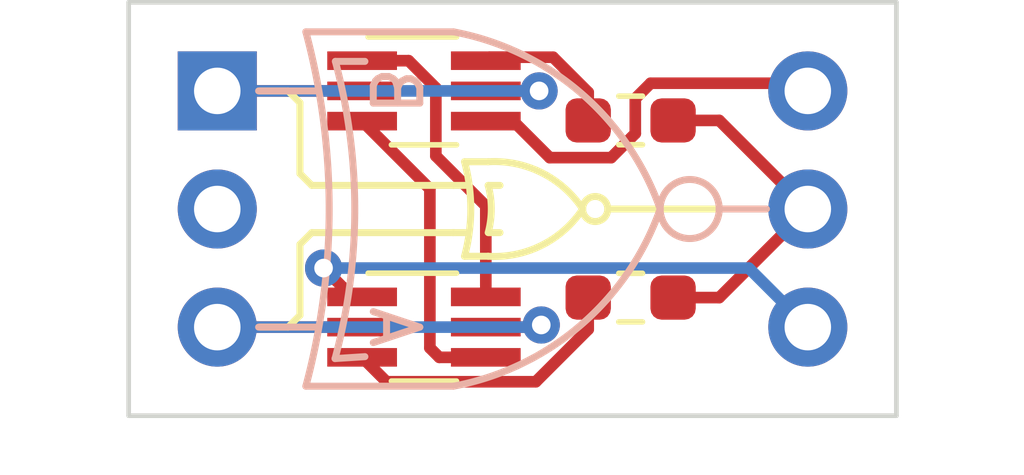
<source format=kicad_pcb>
(kicad_pcb (version 20211014) (generator pcbnew)
  (layers (0 "F.Cu" signal) (31 "B.Cu" signal) (34 "B.Paste" user) (35 "F.Paste" user) (36 "B.SilkS" user "B.Silkscreen") (37 "F.SilkS" user "F.Silkscreen") (38 "B.Mask" user) (39 "F.Mask" user) (44 "Edge.Cuts" user))
  (net 0 "")
  (net 1 "A")
  (net 3 "B")
  (net 4 "VDD")
  (net 5 "Out")
  (net 6 "VSS")
  (net 7 "Net-(Q1-Pad1)")
  (net 8 "Net-(Q1-Pad3)")
  (net 9 "Net-(Q1-Pad6)")
  (net 10 "Net-(Q2-Pad3)")
  (footprint "Package_TO_SOT_SMD:SOT-363_SC-70-6_Handsoldering" (layer "F.Cu") (at 149.225 99.06)
    (fp_text reference "Q1" hide)
    (fp_text value "BSS8402DW-7-F")
    (fp_line (start 0.7 -1.16) (end -1.2 -1.16) (layer "F.SilkS") (width 0.12))
    (fp_line (start -0.7 1.16) (end 0.7 1.16) (layer "F.SilkS") (width 0.12))
    (pad "1" smd rect (at -1.33 -0.65) (size 1.5 0.4) (layers "F.Cu" "F.Paste" "F.Mask") (net 7 "Net-(Q1-Pad1)"))
    (pad "2" smd rect (at -1.33 0) (size 1.5 0.4) (layers "F.Cu" "F.Paste" "F.Mask") (net 3 "B"))
    (pad "3" smd rect (at -1.33 0.65) (size 1.5 0.4) (layers "F.Cu" "F.Paste" "F.Mask") (net 8 "Net-(Q1-Pad3)"))
    (pad "4" smd rect (at 1.33 0.65) (size 1.5 0.4) (layers "F.Cu" "F.Paste" "F.Mask") (net 4 "VDD"))
    (pad "5" smd rect (at 1.33 0) (size 1.5 0.4) (layers "F.Cu" "F.Paste" "F.Mask") (net 3 "B"))
    (pad "6" smd rect (at 1.33 -0.65) (size 1.5 0.4) (layers "F.Cu" "F.Paste" "F.Mask") (net 9 "Net-(Q1-Pad6)"))
  )
  (footprint "Resistor_SMD:R_0603_1608Metric_Pad0.98x0.95mm_HandSolder" (layer "F.Cu") (at 153.67 99.695 180)
    (fp_text reference "R2" hide)
    (fp_text value "12k")
    (fp_line (start -0.254724 -0.5225) (end 0.254724 -0.5225) (layer "F.SilkS") (width 0.12))
    (fp_line (start -0.254724 0.5225) (end 0.254724 0.5225) (layer "F.SilkS") (width 0.12))
    (pad "1" smd roundrect (at -0.9125 0 180) (size 0.975 0.95) (layers "F.Cu" "F.Paste" "F.Mask") (net 5 "Out"))
    (pad "2" smd roundrect (at 0.9125 0 180) (size 0.975 0.95) (layers "F.Cu" "F.Paste" "F.Mask") (net 9 "Net-(Q1-Pad6)"))
  )
  (footprint "Resistor_SMD:R_0603_1608Metric_Pad0.98x0.95mm_HandSolder" (layer "F.Cu") (at 153.67 103.505)
    (fp_text reference "R1" hide)
    (fp_text value "12k")
    (fp_line (start -0.254724 0.5225) (end 0.254724 0.5225) (layer "F.SilkS") (width 0.12))
    (fp_line (start -0.254724 -0.5225) (end 0.254724 -0.5225) (layer "F.SilkS") (width 0.12))
    (pad "1" smd roundrect (at -0.9125 0) (size 0.975 0.95) (layers "F.Cu" "F.Paste" "F.Mask") (net 10 "Net-(Q2-Pad3)"))
    (pad "2" smd roundrect (at 0.9125 0) (size 0.975 0.95) (layers "F.Cu" "F.Paste" "F.Mask") (net 5 "Out"))
  )
  (footprint "Package_TO_SOT_SMD:SOT-363_SC-70-6_Handsoldering" (layer "F.Cu") (at 149.225 104.14)
    (fp_text reference "Q2" hide)
    (fp_text value "BSS8402DW-7-F")
    (fp_line (start -0.7 1.16) (end 0.7 1.16) (layer "F.SilkS") (width 0.12))
    (fp_line (start 0.7 -1.16) (end -1.2 -1.16) (layer "F.SilkS") (width 0.12))
    (pad "1" smd rect (at -1.33 -0.65) (size 1.5 0.4) (layers "F.Cu" "F.Paste" "F.Mask") (net 6 "VSS"))
    (pad "2" smd rect (at -1.33 0) (size 1.5 0.4) (layers "F.Cu" "F.Paste" "F.Mask") (net 1 "A"))
    (pad "3" smd rect (at -1.33 0.65) (size 1.5 0.4) (layers "F.Cu" "F.Paste" "F.Mask") (net 10 "Net-(Q2-Pad3)"))
    (pad "4" smd rect (at 1.33 0.65) (size 1.5 0.4) (layers "F.Cu" "F.Paste" "F.Mask") (net 8 "Net-(Q1-Pad3)"))
    (pad "5" smd rect (at 1.33 0) (size 1.5 0.4) (layers "F.Cu" "F.Paste" "F.Mask") (net 1 "A"))
    (pad "6" smd rect (at 1.33 -0.65) (size 1.5 0.4) (layers "F.Cu" "F.Paste" "F.Mask") (net 7 "Net-(Q1-Pad1)"))
  )
  (footprint "Tritium:PinHeader_1x03_P2.54mm_Vertical_NoSilkscreen" (layer "F.Cu") (at 157.48 99.06)
    (fp_text reference "J2" hide)
    (fp_text value "Conn_01x03")
    (pad "1" thru_hole circle (at 0 0) (size 1.7 1.7) (drill 1) (layers *.Cu *.Mask) (net 4 "VDD"))
    (pad "2" thru_hole oval (at 0 2.54) (size 1.7 1.7) (drill 1) (layers *.Cu *.Mask) (net 5 "Out"))
    (pad "3" thru_hole oval (at 0 5.08) (size 1.7 1.7) (drill 1) (layers *.Cu *.Mask) (net 6 "VSS"))
  )
  (footprint "Tritium:PinHeader_1x03_P2.54mm_Vertical_NoSilkscreen" (layer "F.Cu") (at 144.78 99.06)
    (fp_text reference "J1" hide)
    (fp_text value "Conn_01x03")
    (pad "1" thru_hole rect (at 0 0) (size 1.7 1.7) (drill 1) (layers *.Cu *.Mask) (net 3 "B"))
    (pad "2" thru_hole oval (at 0 2.54) (size 1.7 1.7) (drill 1) (layers *.Cu *.Mask))
    (pad "3" thru_hole oval (at 0 5.08) (size 1.7 1.7) (drill 1) (layers *.Cu *.Mask) (net 1 "A"))
  )
  (gr_line (start 155.575 101.6) (end 156.591 101.6) (layer "B.SilkS") (width 0.15))
  (gr_line (start 147.312788 104.816549) (end 147.955 104.775) (layer "B.SilkS") (width 0.15))
  (gr_arc (start 154.304999 101.6) (mid 152.592944 104.100522) (end 149.86 105.41) (layer "B.SilkS") (width 0.15))
  (gr_line (start 146.939 99.06) (end 145.669 99.06) (layer "B.SilkS") (width 0.15))
  (gr_arc (start 146.684999 97.79) (mid 147.186596 101.6) (end 146.684999 105.41) (layer "B.SilkS") (width 0.15))
  (gr_line (start 146.684999 105.41) (end 149.86 105.41) (layer "B.SilkS") (width 0.15))
  (gr_line (start 146.685 97.79) (end 149.86 97.79) (layer "B.SilkS") (width 0.15))
  (gr_arc (start 147.32 98.425) (mid 147.737121 101.621249) (end 147.312788 104.816549) (layer "B.SilkS") (width 0.15))
  (gr_line (start 147.32 98.425) (end 147.955 98.425) (layer "B.SilkS") (width 0.15))
  (gr_arc (start 149.86 97.79) (mid 152.59293 99.099493) (end 154.305 101.6) (layer "B.SilkS") (width 0.15))
  (gr_line (start 146.939 104.14) (end 145.669 104.14) (layer "B.SilkS") (width 0.15))
  (gr_circle (center 154.94 101.6) (end 155.575 101.6) (layer "B.SilkS") (width 0.15) (fill none))
  (gr_line (start 149.86 101.092) (end 146.812 101.092) (layer "F.SilkS") (width 0.15))
  (gr_line (start 146.558 103.886) (end 146.304 104.14) (layer "F.SilkS") (width 0.15))
  (gr_line (start 150.60614 101.092) (end 150.860141 101.092) (layer "F.SilkS") (width 0.15))
  (gr_line (start 146.558 100.838) (end 146.558 99.314) (layer "F.SilkS") (width 0.15))
  (gr_line (start 146.812 101.092) (end 146.558 100.838) (layer "F.SilkS") (width 0.15))
  (gr_line (start 150.09814 102.616) (end 150.606141 102.616) (layer "F.SilkS") (width 0.15))
  (gr_arc (start 150.09814 100.584) (mid 150.2319 101.6) (end 150.09814 102.616) (layer "F.SilkS") (width 0.15))
  (gr_line (start 149.86 102.108) (end 146.812 102.108) (layer "F.SilkS") (width 0.15))
  (gr_line (start 146.304 99.06) (end 145.6944 99.06) (layer "F.SilkS") (width 0.15))
  (gr_line (start 150.114 101.092) (end 149.86 101.092) (layer "F.SilkS") (width 0.15))
  (gr_arc (start 150.60614 101.092) (mid 150.673017 101.6) (end 150.60614 102.108) (layer "F.SilkS") (width 0.15))
  (gr_line (start 146.304 104.14) (end 145.6944 104.14) (layer "F.SilkS") (width 0.15))
  (gr_line (start 146.304 99.06) (end 146.558 99.314) (layer "F.SilkS") (width 0.15))
  (gr_arc (start 152.638141 101.6) (mid 151.758253 102.380208) (end 150.606141 102.616) (layer "F.SilkS") (width 0.15))
  (gr_line (start 150.622 102.108) (end 150.860141 102.108) (layer "F.SilkS") (width 0.15))
  (gr_arc (start 150.606141 100.584001) (mid 151.758276 100.819746) (end 152.638141 101.6) (layer "F.SilkS") (width 0.15))
  (gr_line (start 146.812 102.108) (end 146.558 102.362) (layer "F.SilkS") (width 0.15))
  (gr_line (start 150.09814 100.584) (end 150.606141 100.584) (layer "F.SilkS") (width 0.15))
  (gr_line (start 146.558 102.362) (end 146.558 103.886) (layer "F.SilkS") (width 0.15))
  (gr_line (start 150.114 102.108) (end 149.86 102.108) (layer "F.SilkS") (width 0.15))
  (gr_circle (center 152.908 101.6) (end 152.638141 101.6) (layer "F.SilkS") (width 0.15) (fill none))
  (gr_line (start 153.177859 101.6) (end 156.5656 101.6) (layer "F.SilkS") (width 0.15))
  (gr_line (start 159.385 97.155) (end 142.875 97.155) (layer "Edge.Cuts") (width 0.1))
  (gr_line (start 142.875 106.045) (end 159.385 106.045) (layer "Edge.Cuts") (width 0.1))
  (gr_line (start 159.385 106.045) (end 159.385 97.155) (layer "Edge.Cuts") (width 0.1))
  (gr_line (start 142.875 97.155) (end 142.875 106.045) (layer "Edge.Cuts") (width 0.1))
  (gr_text "A" (at 148.59 104.14 270) (layer "B.SilkS") (effects (font (size 1 1)) (justify mirror)))
  (gr_text "B" (at 148.59 99.06 270) (layer "B.SilkS") (effects (font (size 1 1)) (justify mirror)))
  (segment (start 144.78 104.14) (end 147.895 104.14) (width 0.25) (layer "F.Cu") (net 1))
  (segment (start 150.555 104.14) (end 151.701931 104.14) (width 0.25) (layer "F.Cu") (net 1))
  (segment (start 151.701931 104.14) (end 151.747898 104.094033) (width 0.25) (layer "F.Cu") (net 1))
  (via (at 151.747898 104.094033) (size 0.8) (drill 0.4) (layers "F.Cu" "B.Cu") (net 1))
  (segment (start 151.747898 104.094033) (end 151.701931 104.14) (width 0.25) (layer "B.Cu") (net 1))
  (segment (start 151.701931 104.14) (end 144.78 104.14) (width 0.25) (layer "B.Cu") (net 1))
  (segment (start 144.78 99.06) (end 147.895 99.06) (width 0.25) (layer "F.Cu") (net 3))
  (segment (start 150.555 99.06) (end 151.701109 99.06) (width 0.25) (layer "F.Cu") (net 3))
  (via (at 151.701109 99.06) (size 0.8) (drill 0.4) (layers "F.Cu" "B.Cu") (net 3))
  (segment (start 151.701109 99.06) (end 144.78 99.06) (width 0.25) (layer "B.Cu") (net 3))
  (segment (start 157.315 98.895) (end 157.48 99.06) (width 0.25) (layer "F.Cu") (net 4))
  (segment (start 151.93 100.495) (end 153.251 100.495) (width 0.25) (layer "F.Cu") (net 4))
  (segment (start 151.145 99.71) (end 151.93 100.495) (width 0.25) (layer "F.Cu") (net 4))
  (segment (start 153.77 99.976) (end 153.77 99.224505) (width 0.25) (layer "F.Cu") (net 4))
  (segment (start 153.77 99.224505) (end 154.099505 98.895) (width 0.25) (layer "F.Cu") (net 4))
  (segment (start 150.555 99.71) (end 151.145 99.71) (width 0.25) (layer "F.Cu") (net 4))
  (segment (start 153.251 100.495) (end 153.77 99.976) (width 0.25) (layer "F.Cu") (net 4))
  (segment (start 154.099505 98.895) (end 157.315 98.895) (width 0.25) (layer "F.Cu") (net 4))
  (segment (start 155.575 99.695) (end 157.48 101.6) (width 0.25) (layer "F.Cu") (net 5))
  (segment (start 155.575 103.505) (end 157.48 101.6) (width 0.25) (layer "F.Cu") (net 5))
  (segment (start 154.5825 99.695) (end 155.575 99.695) (width 0.25) (layer "F.Cu") (net 5))
  (segment (start 154.5825 103.505) (end 155.575 103.505) (width 0.25) (layer "F.Cu") (net 5))
  (segment (start 147.895 103.49) (end 147.686 103.49) (width 0.25) (layer "F.Cu") (net 6))
  (segment (start 147.686 103.49) (end 147.066 102.87) (width 0.25) (layer "F.Cu") (net 6))
  (via (at 147.066 102.87) (size 0.8) (drill 0.4) (layers "F.Cu" "B.Cu") (net 6))
  (segment (start 156.21 102.87) (end 157.48 104.14) (width 0.25) (layer "B.Cu") (net 6))
  (segment (start 147.066 102.87) (end 156.21 102.87) (width 0.25) (layer "B.Cu") (net 6))
  (segment (start 149.4805 100.4585) (end 150.555 101.533) (width 0.25) (layer "F.Cu") (net 7))
  (segment (start 149.4805 98.9955) (end 149.4805 100.4585) (width 0.25) (layer "F.Cu") (net 7))
  (segment (start 148.895 98.41) (end 149.4805 98.9955) (width 0.25) (layer "F.Cu") (net 7))
  (segment (start 150.555 101.533) (end 150.555 103.49) (width 0.25) (layer "F.Cu") (net 7))
  (segment (start 147.895 98.41) (end 148.895 98.41) (width 0.25) (layer "F.Cu") (net 7))
  (segment (start 149.352 101.167) (end 147.895 99.71) (width 0.25) (layer "F.Cu") (net 8))
  (segment (start 150.555 104.79) (end 149.555 104.79) (width 0.25) (layer "F.Cu") (net 8))
  (segment (start 149.555 104.79) (end 149.352 104.587) (width 0.25) (layer "F.Cu") (net 8))
  (segment (start 149.352 104.587) (end 149.352 101.167) (width 0.25) (layer "F.Cu") (net 8))
  (segment (start 152.7575 99.090972) (end 152.7575 99.695) (width 0.25) (layer "F.Cu") (net 9))
  (segment (start 152.002028 98.3355) (end 152.7575 99.090972) (width 0.25) (layer "F.Cu") (net 9))
  (segment (start 150.6295 98.3355) (end 152.002028 98.3355) (width 0.25) (layer "F.Cu") (net 9))
  (segment (start 150.555 98.41) (end 150.6295 98.3355) (width 0.25) (layer "F.Cu") (net 9))
  (segment (start 152.7575 104.1875) (end 152.7575 103.505) (width 0.25) (layer "F.Cu") (net 10))
  (segment (start 147.895 104.79) (end 148.42 105.315) (width 0.25) (layer "F.Cu") (net 10))
  (segment (start 151.63 105.315) (end 152.7575 104.1875) (width 0.25) (layer "F.Cu") (net 10))
  (segment (start 148.42 105.315) (end 151.63 105.315) (width 0.25) (layer "F.Cu") (net 10))
)
</source>
